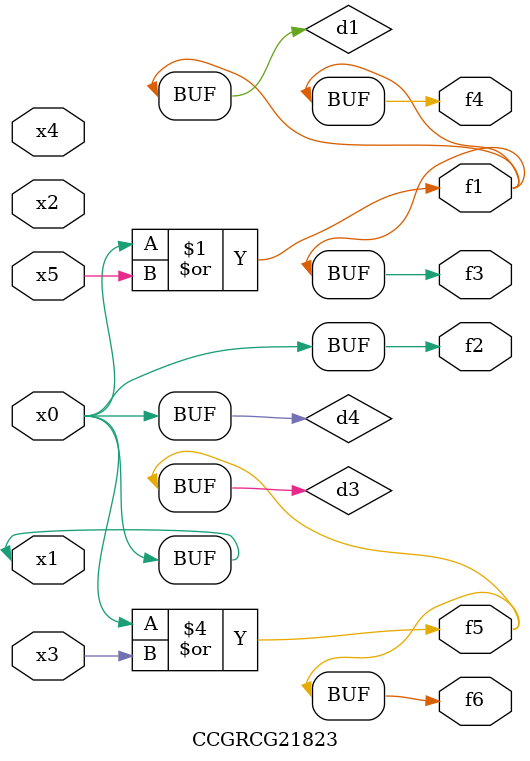
<source format=v>
module CCGRCG21823(
	input x0, x1, x2, x3, x4, x5,
	output f1, f2, f3, f4, f5, f6
);

	wire d1, d2, d3, d4;

	or (d1, x0, x5);
	xnor (d2, x1, x4);
	or (d3, x0, x3);
	buf (d4, x0, x1);
	assign f1 = d1;
	assign f2 = d4;
	assign f3 = d1;
	assign f4 = d1;
	assign f5 = d3;
	assign f6 = d3;
endmodule

</source>
